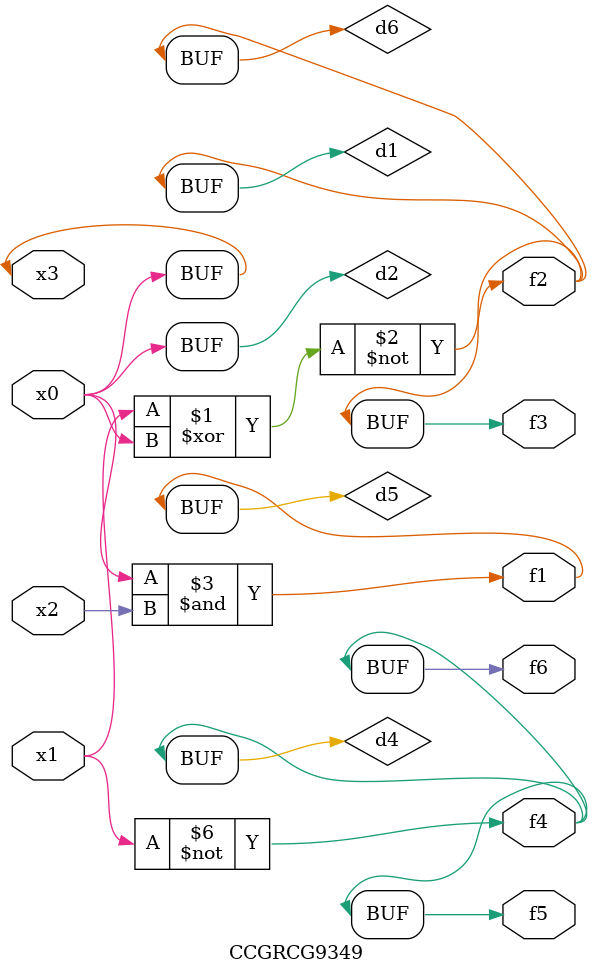
<source format=v>
module CCGRCG9349(
	input x0, x1, x2, x3,
	output f1, f2, f3, f4, f5, f6
);

	wire d1, d2, d3, d4, d5, d6;

	xnor (d1, x1, x3);
	buf (d2, x0, x3);
	nand (d3, x0, x2);
	not (d4, x1);
	nand (d5, d3);
	or (d6, d1);
	assign f1 = d5;
	assign f2 = d6;
	assign f3 = d6;
	assign f4 = d4;
	assign f5 = d4;
	assign f6 = d4;
endmodule

</source>
